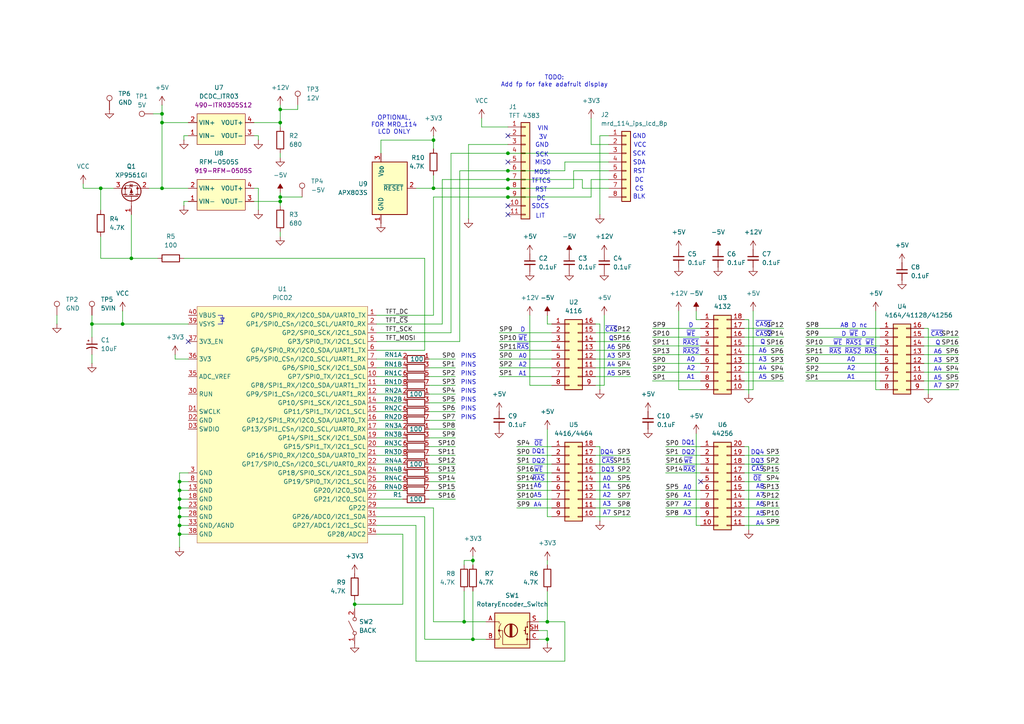
<source format=kicad_sch>
(kicad_sch (version 20231120) (generator "eeschema") (generator_version "8.0")
  (paper "A4")
  (junction (at 81.28 31.75))
  (junction (at 137.16 162.56))
  (junction (at 52.07 142.24))
  (junction (at 125.73 54.61))
  (junction (at 158.75 185.42))
  (junction (at 29.21 54.61))
  (junction (at 46.99 54.61))
  (junction (at 26.67 93.98))
  (junction (at 147.32 57.15))
  (junction (at 52.07 152.4))
  (junction (at 38.1 74.93))
  (junction (at 52.07 139.7))
  (junction (at 46.99 33.02))
  (junction (at 134.62 180.34))
  (junction (at 125.73 40.64))
  (junction (at 147.32 49.53))
  (junction (at 158.75 180.34))
  (junction (at 52.07 147.32))
  (junction (at 52.07 154.94))
  (junction (at 46.99 35.56))
  (junction (at 147.32 52.07))
  (junction (at 52.07 144.78))
  (junction (at 52.07 149.86))
  (junction (at 102.87 175.26))
  (junction (at 81.28 35.56))
  (junction (at 147.32 54.61))
  (junction (at 137.16 185.42))
  (junction (at 81.28 57.15))
  (junction (at 35.56 93.98))
  (junction (at 147.32 44.45))
  (junction (at 81.28 58.42))
  (no_connect (at 147.32 46.99))
  (no_connect (at 147.32 39.37))
  (no_connect (at 147.32 62.23))
  (no_connect (at 54.61 99.06))
  (no_connect (at 147.32 59.69))
  (no_connect (at 203.2 139.7))
  (wire (pts (xy 52.07 147.32) (xy 52.07 149.86)))
  (wire (pts (xy 130.81 96.52) (xy 130.81 44.45)))
  (wire (pts (xy 81.28 57.15) (xy 87.63 57.15)))
  (wire (pts (xy 38.1 62.23) (xy 38.1 74.93)))
  (wire (pts (xy 233.68 100.33) (xy 255.27 100.33)))
  (wire (pts (xy 147.32 52.07) (xy 168.91 52.07)))
  (wire (pts (xy 172.72 106.68) (xy 182.88 106.68)))
  (wire (pts (xy 172.72 99.06) (xy 182.88 99.06)))
  (wire (pts (xy 54.61 35.56) (xy 46.99 35.56)))
  (wire (pts (xy 172.72 137.16) (xy 182.88 137.16)))
  (wire (pts (xy 193.04 142.24) (xy 203.2 142.24)))
  (wire (pts (xy 53.34 74.93) (xy 123.19 74.93)))
  (wire (pts (xy 139.7 34.29) (xy 139.7 36.83)))
  (wire (pts (xy 215.9 134.62) (xy 226.06 134.62)))
  (wire (pts (xy 124.46 137.16) (xy 132.08 137.16)))
  (wire (pts (xy 193.04 129.54) (xy 203.2 129.54)))
  (wire (pts (xy 217.17 92.71) (xy 217.17 114.3)))
  (wire (pts (xy 24.13 53.34) (xy 24.13 54.61)))
  (wire (pts (xy 193.04 144.78) (xy 203.2 144.78)))
  (wire (pts (xy 81.28 55.88) (xy 81.28 57.15)))
  (wire (pts (xy 158.75 124.46) (xy 158.75 149.86)))
  (wire (pts (xy 124.46 114.3) (xy 132.08 114.3)))
  (wire (pts (xy 147.32 54.61) (xy 166.37 54.61)))
  (wire (pts (xy 215.9 147.32) (xy 226.06 147.32)))
  (wire (pts (xy 215.9 139.7) (xy 226.06 139.7)))
  (wire (pts (xy 109.22 129.54) (xy 116.84 129.54)))
  (wire (pts (xy 193.04 147.32) (xy 203.2 147.32)))
  (wire (pts (xy 128.27 52.07) (xy 147.32 52.07)))
  (wire (pts (xy 267.97 95.25) (xy 269.24 95.25)))
  (wire (pts (xy 54.61 58.42) (xy 53.34 58.42)))
  (wire (pts (xy 124.46 124.46) (xy 132.08 124.46)))
  (wire (pts (xy 172.72 93.98) (xy 173.99 93.98)))
  (wire (pts (xy 267.97 97.79) (xy 278.13 97.79)))
  (wire (pts (xy 158.75 182.88) (xy 158.75 185.42)))
  (wire (pts (xy 215.9 102.87) (xy 227.33 102.87)))
  (wire (pts (xy 43.18 54.61) (xy 46.99 54.61)))
  (wire (pts (xy 53.34 58.42) (xy 53.34 59.69)))
  (wire (pts (xy 124.46 142.24) (xy 132.08 142.24)))
  (wire (pts (xy 128.27 93.98) (xy 128.27 52.07)))
  (wire (pts (xy 109.22 127) (xy 116.84 127)))
  (wire (pts (xy 158.75 171.45) (xy 158.75 180.34)))
  (wire (pts (xy 158.75 180.34) (xy 156.21 180.34)))
  (polyline (pts (xy 63.246 93.98) (xy 64.516 93.98)))
  (wire (pts (xy 81.28 67.31) (xy 81.28 68.58)))
  (wire (pts (xy 149.86 147.32) (xy 160.02 147.32)))
  (wire (pts (xy 123.19 149.86) (xy 123.19 185.42)))
  (wire (pts (xy 267.97 107.95) (xy 278.13 107.95)))
  (wire (pts (xy 52.07 144.78) (xy 54.61 144.78)))
  (wire (pts (xy 137.16 162.56) (xy 134.62 162.56)))
  (wire (pts (xy 172.72 101.6) (xy 182.88 101.6)))
  (wire (pts (xy 215.9 92.71) (xy 217.17 92.71)))
  (wire (pts (xy 196.85 90.17) (xy 196.85 113.03)))
  (wire (pts (xy 140.97 185.42) (xy 137.16 185.42)))
  (wire (pts (xy 215.9 100.33) (xy 227.33 100.33)))
  (wire (pts (xy 81.28 30.48) (xy 81.28 31.75)))
  (wire (pts (xy 124.46 134.62) (xy 132.08 134.62)))
  (wire (pts (xy 189.23 105.41) (xy 203.2 105.41)))
  (wire (pts (xy 52.07 142.24) (xy 52.07 144.78)))
  (wire (pts (xy 144.78 96.52) (xy 160.02 96.52)))
  (wire (pts (xy 133.35 49.53) (xy 147.32 49.53)))
  (wire (pts (xy 125.73 147.32) (xy 125.73 180.34)))
  (wire (pts (xy 215.9 144.78) (xy 226.06 144.78)))
  (wire (pts (xy 130.81 44.45) (xy 147.32 44.45)))
  (wire (pts (xy 33.02 54.61) (xy 29.21 54.61)))
  (wire (pts (xy 81.28 44.45) (xy 81.28 45.72)))
  (wire (pts (xy 124.46 132.08) (xy 132.08 132.08)))
  (wire (pts (xy 158.75 185.42) (xy 158.75 186.69)))
  (wire (pts (xy 134.62 163.83) (xy 134.62 162.56)))
  (wire (pts (xy 144.78 109.22) (xy 160.02 109.22)))
  (wire (pts (xy 172.72 129.54) (xy 173.99 129.54)))
  (wire (pts (xy 201.93 125.73) (xy 201.93 152.4)))
  (wire (pts (xy 35.56 90.17) (xy 35.56 93.98)))
  (wire (pts (xy 267.97 100.33) (xy 278.13 100.33)))
  (wire (pts (xy 74.93 60.96) (xy 74.93 54.61)))
  (wire (pts (xy 215.9 132.08) (xy 226.06 132.08)))
  (wire (pts (xy 168.91 54.61) (xy 176.53 54.61)))
  (wire (pts (xy 168.91 52.07) (xy 168.91 54.61)))
  (wire (pts (xy 46.99 33.02) (xy 46.99 35.56)))
  (wire (pts (xy 124.46 121.92) (xy 132.08 121.92)))
  (wire (pts (xy 109.22 139.7) (xy 116.84 139.7)))
  (polyline (pts (xy 64.008 92.202) (xy 65.024 92.202)))
  (wire (pts (xy 52.07 142.24) (xy 54.61 142.24)))
  (wire (pts (xy 109.22 91.44) (xy 125.73 91.44)))
  (wire (pts (xy 109.22 111.76) (xy 116.84 111.76)))
  (wire (pts (xy 137.16 162.56) (xy 137.16 163.83)))
  (wire (pts (xy 144.78 99.06) (xy 160.02 99.06)))
  (wire (pts (xy 144.78 106.68) (xy 160.02 106.68)))
  (wire (pts (xy 52.07 152.4) (xy 54.61 152.4)))
  (wire (pts (xy 29.21 54.61) (xy 29.21 60.96)))
  (wire (pts (xy 163.83 49.53) (xy 163.83 46.99)))
  (wire (pts (xy 124.46 144.78) (xy 132.08 144.78)))
  (wire (pts (xy 215.9 113.03) (xy 218.44 113.03)))
  (wire (pts (xy 160.02 93.98) (xy 158.75 93.98)))
  (wire (pts (xy 73.66 39.37) (xy 74.93 39.37)))
  (polyline (pts (xy 63.246 91.44) (xy 64.516 91.44)))
  (wire (pts (xy 158.75 162.56) (xy 158.75 163.83)))
  (wire (pts (xy 102.87 175.26) (xy 102.87 176.53)))
  (wire (pts (xy 135.89 41.91) (xy 135.89 63.5)))
  (wire (pts (xy 52.07 154.94) (xy 52.07 158.75)))
  (wire (pts (xy 102.87 173.99) (xy 102.87 175.26)))
  (wire (pts (xy 215.9 137.16) (xy 226.06 137.16)))
  (wire (pts (xy 160.02 149.86) (xy 158.75 149.86)))
  (wire (pts (xy 172.72 109.22) (xy 182.88 109.22)))
  (polyline (pts (xy 64.516 91.44) (xy 64.516 93.98)))
  (wire (pts (xy 125.73 50.8) (xy 125.73 54.61)))
  (wire (pts (xy 124.46 116.84) (xy 132.08 116.84)))
  (wire (pts (xy 81.28 31.75) (xy 81.28 35.56)))
  (wire (pts (xy 172.72 132.08) (xy 182.88 132.08)))
  (wire (pts (xy 52.07 144.78) (xy 52.07 147.32)))
  (wire (pts (xy 203.2 113.03) (xy 196.85 113.03)))
  (wire (pts (xy 215.9 97.79) (xy 227.33 97.79)))
  (wire (pts (xy 149.86 139.7) (xy 160.02 139.7)))
  (wire (pts (xy 267.97 110.49) (xy 278.13 110.49)))
  (wire (pts (xy 189.23 102.87) (xy 203.2 102.87)))
  (wire (pts (xy 109.22 142.24) (xy 116.84 142.24)))
  (wire (pts (xy 50.8 102.87) (xy 50.8 104.14)))
  (wire (pts (xy 109.22 144.78) (xy 116.84 144.78)))
  (wire (pts (xy 52.07 147.32) (xy 54.61 147.32)))
  (wire (pts (xy 123.19 101.6) (xy 123.19 74.93)))
  (wire (pts (xy 16.51 91.44) (xy 16.51 93.98)))
  (wire (pts (xy 215.9 105.41) (xy 227.33 105.41)))
  (wire (pts (xy 215.9 95.25) (xy 227.33 95.25)))
  (wire (pts (xy 52.07 149.86) (xy 52.07 152.4)))
  (wire (pts (xy 137.16 171.45) (xy 137.16 185.42)))
  (wire (pts (xy 149.86 129.54) (xy 160.02 129.54)))
  (wire (pts (xy 53.34 39.37) (xy 53.34 40.64)))
  (wire (pts (xy 24.13 54.61) (xy 29.21 54.61)))
  (wire (pts (xy 73.66 58.42) (xy 81.28 58.42)))
  (wire (pts (xy 193.04 132.08) (xy 203.2 132.08)))
  (wire (pts (xy 172.72 134.62) (xy 182.88 134.62)))
  (wire (pts (xy 109.22 121.92) (xy 116.84 121.92)))
  (wire (pts (xy 171.45 34.29) (xy 171.45 41.91)))
  (wire (pts (xy 233.68 102.87) (xy 255.27 102.87)))
  (wire (pts (xy 26.67 102.87) (xy 26.67 105.41)))
  (wire (pts (xy 124.46 111.76) (xy 132.08 111.76)))
  (wire (pts (xy 149.86 142.24) (xy 160.02 142.24)))
  (wire (pts (xy 29.21 68.58) (xy 29.21 74.93)))
  (wire (pts (xy 147.32 44.45) (xy 176.53 44.45)))
  (wire (pts (xy 46.99 54.61) (xy 46.99 35.56)))
  (polyline (pts (xy 64.008 93.218) (xy 65.024 93.218)))
  (wire (pts (xy 172.72 111.76) (xy 175.26 111.76)))
  (wire (pts (xy 26.67 91.44) (xy 26.67 93.98)))
  (wire (pts (xy 109.22 106.68) (xy 116.84 106.68)))
  (wire (pts (xy 29.21 74.93) (xy 38.1 74.93)))
  (wire (pts (xy 54.61 104.14) (xy 50.8 104.14)))
  (wire (pts (xy 233.68 105.41) (xy 255.27 105.41)))
  (wire (pts (xy 124.46 129.54) (xy 132.08 129.54)))
  (wire (pts (xy 144.78 101.6) (xy 160.02 101.6)))
  (wire (pts (xy 52.07 139.7) (xy 52.07 142.24)))
  (wire (pts (xy 110.49 40.64) (xy 110.49 44.45)))
  (wire (pts (xy 163.83 191.77) (xy 163.83 180.34)))
  (wire (pts (xy 109.22 152.4) (xy 120.65 152.4)))
  (wire (pts (xy 38.1 74.93) (xy 45.72 74.93)))
  (wire (pts (xy 124.46 139.7) (xy 132.08 139.7)))
  (wire (pts (xy 217.17 129.54) (xy 217.17 153.67)))
  (wire (pts (xy 254 90.17) (xy 254 113.03)))
  (wire (pts (xy 233.68 95.25) (xy 255.27 95.25)))
  (wire (pts (xy 215.9 149.86) (xy 226.06 149.86)))
  (wire (pts (xy 109.22 154.94) (xy 116.84 154.94)))
  (wire (pts (xy 109.22 132.08) (xy 116.84 132.08)))
  (wire (pts (xy 109.22 93.98) (xy 128.27 93.98)))
  (wire (pts (xy 215.9 142.24) (xy 226.06 142.24)))
  (wire (pts (xy 144.78 104.14) (xy 160.02 104.14)))
  (wire (pts (xy 189.23 107.95) (xy 203.2 107.95)))
  (wire (pts (xy 269.24 95.25) (xy 269.24 114.3)))
  (wire (pts (xy 215.9 152.4) (xy 226.06 152.4)))
  (wire (pts (xy 203.2 92.71) (xy 201.93 92.71)))
  (wire (pts (xy 193.04 137.16) (xy 203.2 137.16)))
  (wire (pts (xy 124.46 106.68) (xy 132.08 106.68)))
  (wire (pts (xy 123.19 185.42) (xy 137.16 185.42)))
  (wire (pts (xy 124.46 104.14) (xy 132.08 104.14)))
  (wire (pts (xy 109.22 137.16) (xy 116.84 137.16)))
  (wire (pts (xy 52.07 154.94) (xy 54.61 154.94)))
  (wire (pts (xy 176.53 41.91) (xy 171.45 41.91)))
  (wire (pts (xy 233.68 107.95) (xy 255.27 107.95)))
  (wire (pts (xy 125.73 54.61) (xy 147.32 54.61)))
  (wire (pts (xy 54.61 39.37) (xy 53.34 39.37)))
  (wire (pts (xy 109.22 99.06) (xy 133.35 99.06)))
  (wire (pts (xy 267.97 105.41) (xy 278.13 105.41)))
  (wire (pts (xy 73.66 35.56) (xy 81.28 35.56)))
  (wire (pts (xy 172.72 139.7) (xy 182.88 139.7)))
  (wire (pts (xy 147.32 49.53) (xy 163.83 49.53)))
  (wire (pts (xy 116.84 175.26) (xy 116.84 154.94)))
  (wire (pts (xy 139.7 36.83) (xy 147.32 36.83)))
  (wire (pts (xy 189.23 97.79) (xy 203.2 97.79)))
  (wire (pts (xy 109.22 149.86) (xy 123.19 149.86)))
  (wire (pts (xy 86.36 30.48) (xy 86.36 31.75)))
  (wire (pts (xy 125.73 40.64) (xy 125.73 43.18)))
  (wire (pts (xy 163.83 46.99) (xy 176.53 46.99)))
  (wire (pts (xy 102.87 175.26) (xy 116.84 175.26)))
  (wire (pts (xy 109.22 124.46) (xy 116.84 124.46)))
  (wire (pts (xy 52.07 149.86) (xy 54.61 149.86)))
  (wire (pts (xy 46.99 30.48) (xy 46.99 33.02)))
  (wire (pts (xy 149.86 137.16) (xy 160.02 137.16)))
  (wire (pts (xy 160.02 111.76) (xy 153.67 111.76)))
  (wire (pts (xy 255.27 113.03) (xy 254 113.03)))
  (wire (pts (xy 149.86 134.62) (xy 160.02 134.62)))
  (wire (pts (xy 173.99 129.54) (xy 173.99 151.13)))
  (wire (pts (xy 189.23 100.33) (xy 203.2 100.33)))
  (wire (pts (xy 124.46 119.38) (xy 132.08 119.38)))
  (wire (pts (xy 81.28 58.42) (xy 81.28 59.69)))
  (wire (pts (xy 125.73 40.64) (xy 110.49 40.64)))
  (polyline (pts (xy 65.024 92.202) (xy 64.77 92.202)))
  (wire (pts (xy 81.28 57.15) (xy 81.28 58.42)))
  (wire (pts (xy 81.28 35.56) (xy 81.28 36.83)))
  (wire (pts (xy 26.67 93.98) (xy 26.67 97.79)))
  (wire (pts (xy 193.04 134.62) (xy 203.2 134.62)))
  (wire (pts (xy 140.97 180.34) (xy 134.62 180.34)))
  (wire (pts (xy 173.99 39.37) (xy 173.99 62.23)))
  (wire (pts (xy 215.9 129.54) (xy 217.17 129.54)))
  (wire (pts (xy 189.23 110.49) (xy 203.2 110.49)))
  (wire (pts (xy 267.97 102.87) (xy 278.13 102.87)))
  (wire (pts (xy 120.65 54.61) (xy 125.73 54.61)))
  (wire (pts (xy 125.73 57.15) (xy 147.32 57.15)))
  (wire (pts (xy 54.61 54.61) (xy 46.99 54.61)))
  (wire (pts (xy 172.72 149.86) (xy 182.88 149.86)))
  (wire (pts (xy 153.67 91.44) (xy 153.67 111.76)))
  (wire (pts (xy 120.65 191.77) (xy 163.83 191.77)))
  (wire (pts (xy 109.22 116.84) (xy 116.84 116.84)))
  (wire (pts (xy 86.36 31.75) (xy 81.28 31.75)))
  (wire (pts (xy 156.21 185.42) (xy 158.75 185.42)))
  (wire (pts (xy 203.2 152.4) (xy 201.93 152.4)))
  (wire (pts (xy 125.73 91.44) (xy 125.73 57.15)))
  (wire (pts (xy 267.97 113.03) (xy 278.13 113.03)))
  (polyline (pts (xy 65.024 92.202) (xy 64.516 93.218)))
  (wire (pts (xy 124.46 109.22) (xy 132.08 109.22)))
  (wire (pts (xy 163.83 180.34) (xy 158.75 180.34)))
  (wire (pts (xy 166.37 49.53) (xy 176.53 49.53)))
  (wire (pts (xy 171.45 52.07) (xy 176.53 52.07)))
  (wire (pts (xy 109.22 114.3) (xy 116.84 114.3)))
  (wire (pts (xy 172.72 147.32) (xy 182.88 147.32)))
  (wire (pts (xy 109.22 109.22) (xy 116.84 109.22)))
  (wire (pts (xy 158.75 91.44) (xy 158.75 93.98)))
  (wire (pts (xy 44.45 33.02) (xy 46.99 33.02)))
  (wire (pts (xy 109.22 134.62) (xy 116.84 134.62)))
  (polyline (pts (xy 64.008 92.202) (xy 64.516 93.218)))
  (wire (pts (xy 233.68 110.49) (xy 255.27 110.49)))
  (wire (pts (xy 52.07 152.4) (xy 52.07 154.94)))
  (wire (pts (xy 109.22 119.38) (xy 116.84 119.38)))
  (wire (pts (xy 172.72 96.52) (xy 182.88 96.52)))
  (wire (pts (xy 109.22 104.14) (xy 116.84 104.14)))
  (wire (pts (xy 215.9 107.95) (xy 227.33 107.95)))
  (wire (pts (xy 147.32 57.15) (xy 171.45 57.15)))
  (wire (pts (xy 109.22 147.32) (xy 125.73 147.32)))
  (wire (pts (xy 26.67 93.98) (xy 35.56 93.98)))
  (wire (pts (xy 52.07 137.16) (xy 52.07 139.7)))
  (wire (pts (xy 124.46 127) (xy 132.08 127)))
  (wire (pts (xy 109.22 101.6) (xy 123.19 101.6)))
  (wire (pts (xy 156.21 182.88) (xy 158.75 182.88)))
  (wire (pts (xy 175.26 91.44) (xy 175.26 111.76)))
  (wire (pts (xy 120.65 152.4) (xy 120.65 191.77)))
  (wire (pts (xy 35.56 93.98) (xy 54.61 93.98)))
  (wire (pts (xy 137.16 161.29) (xy 137.16 162.56)))
  (wire (pts (xy 176.53 39.37) (xy 173.99 39.37)))
  (wire (pts (xy 74.93 39.37) (xy 74.93 40.64)))
  (wire (pts (xy 171.45 57.15) (xy 171.45 52.07)))
  (wire (pts (xy 172.72 144.78) (xy 182.88 144.78)))
  (wire (pts (xy 189.23 95.25) (xy 203.2 95.25)))
  (wire (pts (xy 135.89 41.91) (xy 147.32 41.91)))
  (wire (pts (xy 125.73 39.37) (xy 125.73 40.64)))
  (wire (pts (xy 149.86 144.78) (xy 160.02 144.78)))
  (wire (pts (xy 193.04 149.86) (xy 203.2 149.86)))
  (wire (pts (xy 133.35 99.06) (xy 133.35 49.53)))
  (wire (pts (xy 109.22 96.52) (xy 130.81 96.52)))
  (wire (pts (xy 218.44 90.17) (xy 218.44 113.03)))
  (wire (pts (xy 149.86 132.08) (xy 160.02 132.08)))
  (wire (pts (xy 52.07 139.7) (xy 54.61 139.7)))
  (wire (pts (xy 201.93 90.17) (xy 201.93 92.71)))
  (wire (pts (xy 172.72 104.14) (xy 182.88 104.14)))
  (wire (pts (xy 134.62 171.45) (xy 134.62 180.34)))
  (wire (pts (xy 233.68 97.79) (xy 255.27 97.79)))
  (wire (pts (xy 172.72 142.24) (xy 182.88 142.24)))
  (wire (pts (xy 74.93 54.61) (xy 73.66 54.61)))
  (wire (pts (xy 166.37 49.53) (xy 166.37 54.61)))
  (wire (pts (xy 173.99 93.98) (xy 173.99 113.03)))
  (wire (pts (xy 215.9 110.49) (xy 227.33 110.49)))
  (wire (pts (xy 52.07 137.16) (xy 54.61 137.16)))
  (wire (pts (xy 125.73 180.34) (xy 134.62 180.34)))
  (text "PINS" (at 135.89 118.618 0) (effects (font (size 1.27 1.27))))
  (text "DC" (at 185.42 52.324 0) (effects (font (size 1.27 1.27))))
  (text "A0" (at 200.406 104.394 0) (effects (font (size 1.27 1.27))))
  (text "~{OE}" (at 219.71 138.938 0) (effects (font (size 1.27 1.27))))
  (text "~{CAS}" (at 177.292 95.758 0) (effects (font (size 1.27 1.27))))
  (text "A0" (at 246.888 104.394 0) (effects (font (size 1.27 1.27))))
  (text "~{RAS}" (at 151.638 100.838 0) (effects (font (size 1.27 1.27))))
  (text "A1" (at 199.39 143.764 0) (effects (font (size 1.27 1.27))))
  (text "PINS" (at 135.89 116.078 0) (effects (font (size 1.27 1.27))))
  (text "Q" (at 272.034 99.568 0) (effects (font (size 1.27 1.27))))
  (text "PINS" (at 135.89 105.918 0) (effects (font (size 1.27 1.27))))
  (text "GND" (at 157.226 42.164 0) (effects (font (size 1.27 1.27))))
  (text "A6" (at 272.034 102.108 0) (effects (font (size 1.27 1.27))))
  (text "BLK" (at 185.42 57.15 0) (effects (font (size 1.27 1.27))))
  (text "A7" (at 272.034 112.014 0) (effects (font (size 1.27 1.27))))
  (text "A5" (at 220.472 149.098 0) (effects (font (size 1.27 1.27))))
  (text "Q" (at 221.234 99.314 0) (effects (font (size 1.27 1.27))))
  (text "LIT" (at 156.718 62.738 0) (effects (font (size 1.27 1.27))))
  (text "~{WE}" (at 151.638 98.298 0) (effects (font (size 1.27 1.27))))
  (text "A4" (at 221.234 106.934 0) (effects (font (size 1.27 1.27))))
  (text "~{CAS2}" (at 221.488 97.028 0) (effects (font (size 1.27 1.27))))
  (text "~{RAS}" (at 156.21 138.938 0) (effects (font (size 1.27 1.27))))
  (text "~{CAS1}" (at 221.488 94.234 0) (effects (font (size 1.27 1.27))))
  (text "A0" (at 151.638 103.378 0) (effects (font (size 1.27 1.27))))
  (text "A7" (at 176.022 148.844 0) (effects (font (size 1.27 1.27))))
  (text "MOSI" (at 157.226 50.038 0) (effects (font (size 1.27 1.27))))
  (text "A3" (at 272.034 104.648 0) (effects (font (size 1.27 1.27))))
  (text "A1" (at 151.638 108.458 0) (effects (font (size 1.27 1.27))))
  (text "A2" (at 200.406 106.934 0) (effects (font (size 1.27 1.27))))
  (text "DQ2" (at 156.21 133.858 0) (effects (font (size 1.27 1.27))))
  (text "SDCS" (at 156.718 59.944 0) (effects (font (size 1.27 1.27))))
  (text "A5" (at 221.234 109.474 0) (effects (font (size 1.27 1.27))))
  (text "A5" (at 177.292 108.458 0) (effects (font (size 1.27 1.27))))
  (text "DQ3" (at 176.276 136.398 0) (effects (font (size 1.27 1.27))))
  (text "A1" (at 246.888 109.474 0) (effects (font (size 1.27 1.27))))
  (text "DC" (at 156.972 57.658 0) (effects (font (size 1.27 1.27))))
  (text "A7" (at 220.472 143.764 0) (effects (font (size 1.27 1.27))))
  (text "DQ2" (at 199.644 131.318 0) (effects (font (size 1.27 1.27))))
  (text "~{RAS} ~{RAS2} ~{RAS}" (at 247.396 102.108 0) (effects (font (size 1.27 1.27))))
  (text "~{WE}" (at 156.21 136.398 0) (effects (font (size 1.27 1.27))))
  (text "OPTIONAL,\nFOR MRD_114\nLCD ONLY" (at 114.3 36.322 0) (effects (font (size 1.27 1.27))))
  (text "A8 D nc" (at 247.65 94.488 0) (effects (font (size 1.27 1.27))))
  (text "A4" (at 272.034 107.188 0) (effects (font (size 1.27 1.27))))
  (text "A1" (at 176.022 141.224 0) (effects (font (size 1.27 1.27))))
  (text "DQ1" (at 199.644 128.524 0) (effects (font (size 1.27 1.27))))
  (text "TFTCS" (at 156.972 52.578 0) (effects (font (size 1.27 1.27))))
  (text "A5" (at 155.956 143.764 0) (effects (font (size 1.27 1.27))))
  (text "A3" (at 177.292 103.378 0) (effects (font (size 1.27 1.27))))
  (text "DQ4" (at 176.022 131.318 0) (effects (font (size 1.27 1.27))))
  (text "SCK" (at 185.42 44.704 0) (effects (font (size 1.27 1.27))))
  (text "DQ4" (at 219.71 131.318 0) (effects (font (size 1.27 1.27))))
  (text "~{CAS}" (at 271.78 97.028 0) (effects (font (size 1.27 1.27))))
  (text "SCK" (at 157.226 44.958 0) (effects (font (size 1.27 1.27))))
  (text "~{RAS1}" (at 200.406 99.568 0) (effects (font (size 1.27 1.27))))
  (text "Q" (at 177.292 98.298 0) (effects (font (size 1.27 1.27))))
  (text "~{RAS2}" (at 200.406 102.108 0) (effects (font (size 1.27 1.27))))
  (text "VIN" (at 157.48 37.338 0) (effects (font (size 1.27 1.27))))
  (text "A2" (at 246.888 106.934 0) (effects (font (size 1.27 1.27))))
  (text "DQ1" (at 156.21 131.064 0) (effects (font (size 1.27 1.27))))
  (text "A4" (at 220.472 151.892 0) (effects (font (size 1.27 1.27))))
  (text "TODO:\nAdd fp for fake adafruit display" (at 160.782 23.622 0) (effects (font (size 1.27 1.27))))
  (text "SDA" (at 185.42 47.244 0) (effects (font (size 1.27 1.27))))
  (text "DQ3" (at 219.71 133.858 0) (effects (font (size 1.27 1.27))))
  (text "VCC" (at 185.674 42.164 0) (effects (font (size 1.27 1.27))))
  (text "PINS" (at 135.89 103.378 0) (effects (font (size 1.27 1.27))))
  (text "PINS" (at 135.89 110.998 0) (effects (font (size 1.27 1.27))))
  (text "PINS" (at 135.89 108.458 0) (effects (font (size 1.27 1.27))))
  (text "A2" (at 176.022 143.764 0) (effects (font (size 1.27 1.27))))
  (text "A3" (at 176.022 146.304 0) (effects (font (size 1.27 1.27))))
  (text "A2" (at 151.638 105.918 0) (effects (font (size 1.27 1.27))))
  (text "PINS" (at 135.89 113.538 0) (effects (font (size 1.27 1.27))))
  (text "A0" (at 176.022 138.938 0) (effects (font (size 1.27 1.27))))
  (text "A3" (at 199.39 148.844 0) (effects (font (size 1.27 1.27))))
  (text "D" (at 200.406 94.488 0) (effects (font (size 1.27 1.27))))
  (text "D" (at 151.638 95.758 0) (effects (font (size 1.27 1.27))))
  (text "A8" (at 220.472 141.224 0) (effects (font (size 1.27 1.27))))
  (text "A6" (at 177.292 100.838 0) (effects (font (size 1.27 1.27))))
  (text "~{CAS}" (at 219.71 136.144 0) (effects (font (size 1.27 1.27))))
  (text "GND" (at 185.42 39.624 0) (effects (font (size 1.27 1.27))))
  (text "~{RAS}" (at 199.898 136.398 0) (effects (font (size 1.27 1.27))))
  (text "A6" (at 221.234 101.854 0) (effects (font (size 1.27 1.27))))
  (text "A6" (at 155.956 140.97 0) (effects (font (size 1.27 1.27))))
  (text "A6" (at 220.472 146.304 0) (effects (font (size 1.27 1.27))))
  (text "~{WE}" (at 199.644 133.858 0) (effects (font (size 1.27 1.27))))
  (text "D ~{WE} D" (at 247.65 97.028 0) (effects (font (size 1.27 1.27))))
  (text "PINS" (at 135.89 121.158 0) (effects (font (size 1.27 1.27))))
  (text "A5" (at 272.034 109.728 0) (effects (font (size 1.27 1.27))))
  (text "~{WE} ~{RAS1} ~{WE}" (at 247.65 99.568 0) (effects (font (size 1.27 1.27))))
  (text "RST" (at 156.972 55.118 0) (effects (font (size 1.27 1.27))))
  (text "MISO" (at 157.48 47.244 0) (effects (font (size 1.27 1.27))))
  (text "A4" (at 155.956 146.558 0) (effects (font (size 1.27 1.27))))
  (text "A1" (at 200.406 109.474 0) (effects (font (size 1.27 1.27))))
  (text "A4" (at 177.292 105.918 0) (effects (font (size 1.27 1.27))))
  (text "CS" (at 185.42 54.864 0) (effects (font (size 1.27 1.27))))
  (text "3V" (at 157.48 39.878 0) (effects (font (size 1.27 1.27))))
  (text "A2" (at 199.39 146.304 0) (effects (font (size 1.27 1.27))))
  (text "~{CAS}" (at 176.276 133.858 0) (effects (font (size 1.27 1.27))))
  (text "~{OE}" (at 156.21 128.778 0) (effects (font (size 1.27 1.27))))
  (text "A3" (at 221.234 104.394 0) (effects (font (size 1.27 1.27))))
  (text "RST" (at 185.42 49.784 0) (effects (font (size 1.27 1.27))))
  (text "~{WE}" (at 200.406 97.028 0) (effects (font (size 1.27 1.27))))
  (text "A0" (at 199.39 141.478 0) (effects (font (size 1.27 1.27))))
  (label "SP2" (at 233.68 107.95 0))
  (label "SP0" (at 193.04 129.54 0))
  (label "SP6" (at 132.08 119.38 180))
  (label "SP3" (at 182.88 132.08 180))
  (label "SP12" (at 226.06 144.78 180))
  (label "SP14" (at 132.08 139.7 180))
  (label "SP5" (at 227.33 110.49 180))
  (label "SP10" (at 132.08 129.54 180))
  (label "SP1" (at 193.04 132.08 0))
  (label "SP11" (at 149.86 142.24 0))
  (label "SP7" (at 193.04 147.32 0))
  (label "SP15" (at 226.06 137.16 180))
  (label "SP15" (at 182.88 134.62 180))
  (label "SP2" (at 182.88 137.16 180))
  (label "SP12" (at 227.33 95.25 180))
  (label "SP9" (at 149.86 147.32 0))
  (label "SP11" (at 226.06 147.32 180))
  (label "SP8" (at 182.88 147.32 180))
  (label "SP10" (at 189.23 97.79 0))
  (label "SP16" (at 193.04 134.62 0))
  (label "SP3" (at 227.33 105.41 180))
  (label "SP4" (at 149.86 129.54 0))
  (label "SP16" (at 149.86 137.16 0))
  (label "SP10" (at 233.68 100.33 0))
  (label "SP6" (at 227.33 102.87 180))
  (label "SP1" (at 189.23 110.49 0))
  (label "SP8" (at 233.68 95.25 0))
  (label "SP9" (at 189.23 95.25 0))
  (label "SP16" (at 182.88 99.06 180))
  (label "SP5" (at 182.88 109.22 180))
  (label "SP4" (at 182.88 106.68 180))
  (label "SP3" (at 278.13 105.41 180))
  (label "SP0" (at 132.08 104.14 180))
  (label "SP0" (at 149.86 132.08 0))
  (label "SP0" (at 233.68 105.41 0))
  (label "SP16" (at 227.33 100.33 180))
  (label "SP2" (at 132.08 109.22 180))
  (label "SP2" (at 226.06 134.62 180))
  (label "SP6" (at 182.88 101.6 180))
  (label "SP13" (at 226.06 142.24 180))
  (label "SP9" (at 233.68 97.79 0))
  (label "SP10" (at 144.78 99.06 0))
  (label "SP4" (at 226.06 139.7 180))
  (label "SP5" (at 278.13 110.49 180))
  (label "SP12" (at 182.88 96.52 180))
  (label "SP0" (at 189.23 105.41 0))
  (label "SP9" (at 226.06 152.4 180))
  (label "SP0" (at 144.78 104.14 0))
  (label "SP15" (at 132.08 142.24 180))
  (label "SP1" (at 149.86 134.62 0))
  (label "SP11" (at 189.23 100.33 0))
  (label "SP4" (at 132.08 114.3 180))
  (label "SP5" (at 182.88 139.7 180))
  (label "SP14" (at 193.04 137.16 0))
  (label "SP8" (at 193.04 149.86 0))
  (label "SP13" (at 189.23 102.87 0))
  (label "SP11" (at 132.08 132.08 180))
  (label "SP4" (at 278.13 107.95 180))
  (label "TFT_~{CS}" (at 111.76 93.98 0))
  (label "SP7" (at 132.08 121.92 180))
  (label "SP1" (at 233.68 110.49 0))
  (label "SP7" (at 278.13 113.03 180))
  (label "TFT_DC" (at 111.76 91.44 0))
  (label "SP6" (at 193.04 144.78 0))
  (label "SP9" (at 144.78 96.52 0))
  (label "SP16" (at 278.13 100.33 180))
  (label "SP11" (at 233.68 102.87 0))
  (label "SP3" (at 132.08 111.76 180))
  (label "SP14" (at 149.86 139.7 0))
  (label "SP5" (at 193.04 142.24 0))
  (label "SP5" (at 132.08 116.84 180))
  (label "SP4" (at 227.33 107.95 180))
  (label "SP6" (at 278.13 102.87 180))
  (label "SP12" (at 182.88 149.86 180))
  (label "TFT_SCK" (at 111.76 96.52 0))
  (label "SP2" (at 189.23 107.95 0))
  (label "SP12" (at 278.13 97.79 180))
  (label "SP1" (at 132.08 106.68 180))
  (label "SP7" (at 182.88 144.78 180))
  (label "TFT_MOSI" (at 111.76 99.06 0))
  (label "SP2" (at 144.78 106.68 0))
  (label "SP8" (at 132.08 124.46 180))
  (label "SP3" (at 226.06 132.08 180))
  (label "SP3" (at 182.88 104.14 180))
  (label "SP6" (at 182.88 142.24 180))
  (label "SP12" (at 132.08 134.62 180))
  (label "SP14" (at 227.33 97.79 180))
  (label "SP9" (at 132.08 127 180))
  (label "SP1" (at 144.78 109.22 0))
  (label "SP10" (at 149.86 144.78 0))
  (label "SP10" (at 226.06 149.86 180))
  (label "SP11" (at 144.78 101.6 0))
  (label "SP13" (at 132.08 137.16 180))
  (label "SP16" (at 132.08 144.78 180))
  (symbol (lib_id "Device:R_Pack04_SIP_Split") (at 120.65 127 90) (unit 2)
    (property "Reference" "RN3" (at 114.046 125.984 90))
    (property "Value" "100" (effects (hide yes)))
    (property "Footprint" "Resistor_THT:R_Array_SIP8" (effects (hide yes)))
    (property "Datasheet" "http://www.vishay.com/docs/31509/csc.pdf" (effects (hide yes)))
    (property "Description" "4 resistor network, parallel topology, SIP package, split" (effects (hide yes)))
  )
  (symbol (lib_id "Connector:TestPoint") (at 31.75 31.75 0) (unit 1)
    (property "Reference" "TP6" (at 34.29 27.1779 0) (effects (justify left)))
    (property "Value" "GND" (at 34.29 29.7179 0) (effects (justify left)))
    (property "Footprint" "TestPoint:TestPoint_Keystone_5005-5009_Compact" (effects (hide yes)))
    (property "Description" "test point" (effects (hide yes)))
  )
  (symbol (lib_id "power:GND") (at 217.17 153.67 0) (unit 1)
    (property "Reference" "#PWR09" (effects (hide yes)))
    (property "Value" "GND" (effects (hide yes)))
    (property "Description" "Power symbol creates a global label with name \"GND\" , ground" (effects (hide yes)))
  )
  (symbol (lib_id "power:GND") (at 173.99 151.13 0) (unit 1)
    (property "Reference" "#PWR08" (effects (hide yes)))
    (property "Value" "GND" (effects (hide yes)))
    (property "Description" "Power symbol creates a global label with name \"GND\" , ground" (effects (hide yes)))
  )
  (symbol (lib_id "power:GND") (at 173.99 113.03 0) (unit 1)
    (property "Reference" "#PWR05" (effects (hide yes)))
    (property "Value" "GND" (effects (hide yes)))
    (property "Description" "Power symbol creates a global label with name \"GND\" , ground" (effects (hide yes)))
  )
  (symbol (lib_id "power:GND") (at 187.96 124.46 0) (unit 1)
    (property "Reference" "#PWR046" (effects (hide yes)))
    (property "Value" "GND" (effects (hide yes)))
    (property "Description" "Power symbol creates a global label with name \"GND\" , ground" (effects (hide yes)))
  )
  (symbol (lib_id "Device:R_Pack04_SIP_Split") (at 120.65 129.54 90) (unit 3)
    (property "Reference" "RN3" (at 114.046 128.524 90))
    (property "Value" "100" (effects (hide yes)))
    (property "Footprint" "Resistor_THT:R_Array_SIP8" (effects (hide yes)))
    (property "Datasheet" "http://www.vishay.com/docs/31509/csc.pdf" (effects (hide yes)))
    (property "Description" "4 resistor network, parallel topology, SIP package, split" (effects (hide yes)))
  )
  (symbol (lib_id "power:+3V3") (at 171.45 34.29 0) (mirror y) (unit 1)
    (property "Reference" "#PWR057" (effects (hide yes)))
    (property "Value" "+3V3" (at 171.45 29.21 0))
    (property "Description" "Power symbol creates a global label with name \"+3V3\"" (effects (hide yes)))
  )
  (symbol (lib_id "power:VCC") (at 24.13 53.34 0) (unit 1)
    (property "Reference" "#PWR053" (effects (hide yes)))
    (property "Value" "VCC" (at 24.13 48.26 0))
    (property "Description" "Power symbol creates a global label with name \"VCC\"" (effects (hide yes)))
  )
  (symbol (lib_id "Device:R") (at 120.65 144.78 90) (unit 1)
    (property "Reference" "R1" (at 115.316 143.51 90))
    (property "Value" "100" (at 120.65 144.78 90))
    (property "Footprint" "Passive:RESA500" (effects (hide yes)))
    (property "Description" "Resistor" (effects (hide yes)))
  )
  (symbol (lib_id "power:+5V") (at 218.44 90.17 0) (unit 1)
    (property "Reference" "#PWR015" (effects (hide yes)))
    (property "Value" "+5V" (at 218.44 85.09 0))
    (property "Description" "Power symbol creates a global label with name \"+5V\"" (effects (hide yes)))
  )
  (symbol (lib_id "power:+3V3") (at 50.8 102.87 0) (unit 1)
    (property "Reference" "#PWR04" (effects (hide yes)))
    (property "Value" "+3V3" (at 50.8 97.79 0))
    (property "Description" "Power symbol creates a global label with name \"+3V3\"" (effects (hide yes)))
  )
  (symbol (lib_id "Device:R") (at 134.62 167.64 0) (mirror y) (unit 1)
    (property "Reference" "R8" (at 132.08 166.3699 0) (effects (justify left)))
    (property "Value" "4.7K" (at 132.08 168.9099 0) (effects (justify left)))
    (property "Footprint" "Passive:RESA500" (effects (hide yes)))
    (property "Description" "Resistor" (effects (hide yes)))
  )
  (symbol (lib_id "power:VCC") (at 35.56 90.17 0) (unit 1)
    (property "Reference" "#PWR052" (effects (hide yes)))
    (property "Value" "VCC" (at 35.56 85.09 0))
    (property "Description" "Power symbol creates a global label with name \"VCC\"" (effects (hide yes)))
  )
  (symbol (lib_id "Device:R_Pack04_SIP_Split") (at 120.65 104.14 90) (unit 1)
    (property "Reference" "RN1" (at 114.046 102.87 90))
    (property "Value" "100" (at 120.904 104.14 90))
    (property "Footprint" "Resistor_THT:R_Array_SIP8" (effects (hide yes)))
    (property "Datasheet" "http://www.vishay.com/docs/31509/csc.pdf" (effects (hide yes)))
    (property "Description" "4 resistor network, parallel topology, SIP package, split" (effects (hide yes)))
  )
  (symbol (lib_id "power:+5V") (at 187.96 119.38 0) (unit 1)
    (property "Reference" "#PWR045" (effects (hide yes)))
    (property "Value" "+5V" (at 187.96 114.3 0))
    (property "Description" "Power symbol creates a global label with name \"+5V\"" (effects (hide yes)))
  )
  (symbol (lib_id "power:-5V") (at 81.28 55.88 0) (unit 1)
    (property "Reference" "#PWR024" (effects (hide yes)))
    (property "Value" "-5V" (at 81.28 50.8 0))
    (property "Description" "Power symbol creates a global label with name \"-5V\"" (effects (hide yes)))
  )
  (symbol (lib_id "Device:R_Pack04_SIP_Split") (at 120.65 109.22 90) (unit 3)
    (property "Reference" "RN1" (at 114.046 108.204 90))
    (property "Value" "100" (effects (hide yes)))
    (property "Footprint" "Resistor_THT:R_Array_SIP8" (effects (hide yes)))
    (property "Datasheet" "http://www.vishay.com/docs/31509/csc.pdf" (effects (hide yes)))
    (property "Description" "4 resistor network, parallel topology, SIP package, split" (effects (hide yes)))
  )
  (symbol (lib_id "power:GND") (at 175.26 78.74 0) (unit 1)
    (property "Reference" "#PWR034" (effects (hide yes)))
    (property "Value" "GND" (effects (hide yes)))
    (property "Description" "Power symbol creates a global label with name \"GND\" , ground" (effects (hide yes)))
  )
  (symbol (lib_id "power:GND") (at 269.24 114.3 0) (unit 1)
    (property "Reference" "#PWR07" (effects (hide yes)))
    (property "Value" "GND" (effects (hide yes)))
    (property "Description" "Power symbol creates a global label with name \"GND\" , ground" (effects (hide yes)))
  )
  (symbol (lib_id "power:+3V3") (at 137.16 161.29 0) (mirror y) (unit 1)
    (property "Reference" "#PWR049" (effects (hide yes)))
    (property "Value" "+3V3" (at 137.16 156.21 0))
    (property "Description" "Power symbol creates a global label with name \"+3V3\"" (effects (hide yes)))
  )
  (symbol (lib_id "Device:C_Small") (at 187.96 121.92 0) (unit 1)
    (property "Reference" "C10" (at 190.5 120.6562 0) (effects (justify left)))
    (property "Value" "0.1uF" (at 190.5 123.1962 0) (effects (justify left)))
    (property "Footprint" "Passive:CAPAC200" (effects (hide yes)))
    (property "Description" "Unpolarized capacitor, small symbol" (effects (hide yes)))
  )
  (symbol (lib_id "misc_ic:DCDC_ITR03") (at 57.15 52.07 0) (unit 1)
    (property "Reference" "U8" (at 63.5 44.45 0))
    (property "Value" "RFM-0505S" (at 63.5 46.99 0))
    (property "Footprint" "Active:DCDC_ITR03" (effects (hide yes)))
    (property "Mouser" "919-RFM-0505S" (at 64.77 49.53 0))
  )
  (symbol (lib_id "power:GND") (at 16.51 93.98 0) (unit 1)
    (property "Reference" "#PWR03" (effects (hide yes)))
    (property "Value" "GND" (effects (hide yes)))
    (property "Description" "Power symbol creates a global label with name \"GND\" , ground" (effects (hide yes)))
  )
  (symbol (lib_id "power:+12V") (at 218.44 72.39 0) (unit 1)
    (property "Reference" "#PWR039" (effects (hide yes)))
    (property "Value" "+12V" (at 218.44 67.31 0))
    (property "Description" "Power symbol creates a global label with name \"+12V\"" (effects (hide yes)))
  )
  (symbol (lib_id "power:+5V") (at 46.99 30.48 0) (unit 1)
    (property "Reference" "#PWR022" (effects (hide yes)))
    (property "Value" "+5V" (at 46.99 25.4 0))
    (property "Description" "Power symbol creates a global label with name \"+5V\"" (effects (hide yes)))
  )
  (symbol (lib_id "power:+3V3") (at 158.75 162.56 0) (mirror y) (unit 1)
    (property "Reference" "#PWR047" (effects (hide yes)))
    (property "Value" "+3V3" (at 158.75 157.48 0))
    (property "Description" "Power symbol creates a global label with name \"+3V3\"" (effects (hide yes)))
  )
  (symbol (lib_id "Device:R") (at 158.75 167.64 0) (mirror y) (unit 1)
    (property "Reference" "R6" (at 156.21 166.3699 0) (effects (justify left)))
    (property "Value" "4.7K" (at 156.21 168.9099 0) (effects (justify left)))
    (property "Footprint" "Passive:RESA500" (effects (hide yes)))
    (property "Description" "Resistor" (effects (hide yes)))
  )
  (symbol (lib_id "switches_new:RotaryEncoder_Sw_Panasonic_EVE") (at 148.59 182.88 0) (unit 1)
    (property "Reference" "SW1" (at 148.59 172.72 0))
    (property "Value" "RotaryEncoder_Switch" (at 148.59 175.26 0))
    (property "Footprint" "Switch:PANASONIC_EVEY" (effects (hide yes)))
    (property "Mouser" "667-EVE-YBCAJO16B" (effects (hide yes)))
  )
  (symbol (lib_id "Device:R_Pack04_SIP_Split") (at 120.65 142.24 90) (unit 4)
    (property "Reference" "RN4" (at 114.046 141.224 90))
    (property "Value" "100" (effects (hide yes)))
    (property "Footprint" "Resistor_THT:R_Array_SIP8" (effects (hide yes)))
    (property "Datasheet" "http://www.vishay.com/docs/31509/csc.pdf" (effects (hide yes)))
    (property "Description" "4 resistor network, parallel topology, SIP package, split" (effects (hide yes)))
  )
  (symbol (lib_id "Device:R_Pack04_SIP_Split") (at 120.65 106.68 90) (unit 2)
    (property "Reference" "RN1" (at 114.046 105.664 90))
    (property "Value" "100" (effects (hide yes)))
    (property "Footprint" "Resistor_THT:R_Array_SIP8" (effects (hide yes)))
    (property "Datasheet" "http://www.vishay.com/docs/31509/csc.pdf" (effects (hide yes)))
    (property "Description" "4 resistor network, parallel topology, SIP package, split" (effects (hide yes)))
  )
  (symbol (lib_id "power:GND") (at 52.07 158.75 0) (unit 1)
    (property "Reference" "#PWR01" (effects (hide yes)))
    (property "Value" "GND" (effects (hide yes)))
    (property "Description" "Power symbol creates a global label with name \"GND\" , ground" (effects (hide yes)))
  )
  (symbol (lib_id "power:VCC") (at 139.7 34.29 0) (unit 1)
    (property "Reference" "#PWR054" (effects (hide yes)))
    (property "Value" "VCC" (at 139.7 29.21 0))
    (property "Description" "Power symbol creates a global label with name \"VCC\"" (effects (hide yes)))
  )
  (symbol (lib_id "power:GND") (at 135.89 63.5 0) (unit 1)
    (property "Reference" "#PWR055" (effects (hide yes)))
    (property "Value" "GND" (effects (hide yes)))
    (property "Description" "Power symbol creates a global label with name \"GND\" , ground" (effects (hide yes)))
  )
  (symbol (lib_id "power:GND") (at 217.17 114.3 0) (unit 1)
    (property "Reference" "#PWR06" (effects (hide yes)))
    (property "Value" "GND" (effects (hide yes)))
    (property "Description" "Power symbol creates a global label with name \"GND\" , ground" (effects (hide yes)))
  )
  (symbol (lib_id "power:GND") (at 102.87 186.69 0) (unit 1)
    (property "Reference" "#PWR050" (effects (hide yes)))
    (property "Value" "GND" (effects (hide yes)))
  )
  (symbol (lib_id "power:GND") (at 81.28 45.72 0) (unit 1)
    (property "Reference" "#PWR023" (effects (hide yes)))
    (property "Value" "GND" (effects (hide yes)))
    (property "Description" "Power symbol creates a global label with name \"GND\" , ground" (effects (hide yes)))
  )
  (symbol (lib_id "power:+5V") (at 201.93 125.73 0) (unit 1)
    (property "Reference" "#PWR018" (effects (hide yes)))
    (property "Value" "+5V" (at 201.93 120.65 0))
    (property "Description" "Power symbol creates a global label with name \"+5V\"" (effects (hide yes)))
  )
  (symbol (lib_id "Power_Supervisor:TCM809") (at 113.03 54.61 0) (unit 1)
    (property "Reference" "U9" (at 106.68 53.3399 0) (effects (justify right)))
    (property "Value" "APX803S" (at 106.68 55.8799 0) (effects (justify right)))
    (property "Footprint" "Package_TO_SOT_SMD:SOT-23_Handsoldering" (effects (hide yes)))
    (property "Mouser" "621-APX803S-29SA-7" (effects (hide yes)))
  )
  (symbol (lib_id "power:GND") (at 196.85 77.47 0) (unit 1)
    (property "Reference" "#PWR036" (effects (hide yes)))
    (property "Value" "GND" (effects (hide yes)))
    (property "Description" "Power symbol creates a global label with name \"GND\" , ground" (effects (hide yes)))
  )
  (symbol (lib_id "power:GND") (at 158.75 186.69 0) (unit 1)
    (property "Reference" "#PWR048" (effects (hide yes)))
    (property "Value" "GND" (effects (hide yes)))
  )
  (symbol (lib_id "Device:R_Pack04_SIP_Split") (at 120.65 111.76 90) (unit 4)
    (property "Reference" "RN1" (at 114.046 110.744 90))
    (property "Value" "100" (effects (hide yes)))
    (property "Footprint" "Resistor_THT:R_Array_SIP8" (effects (hide yes)))
    (property "Datasheet" "http://www.vishay.com/docs/31509/csc.pdf" (effects (hide yes)))
    (property "Description" "4 resistor network, parallel topology, SIP package, split" (effects (hide yes)))
  )
  (symbol (lib_id "power:GND") (at 173.99 62.23 0) (unit 1)
    (property "Reference" "#PWR056" (effects (hide yes)))
    (property "Value" "GND" (effects (hide yes)))
    (property "Description" "Power symbol creates a global label with name \"GND\" , ground" (effects (hide yes)))
  )
  (symbol (lib_id "power:+12V") (at 196.85 90.17 0) (unit 1)
    (property "Reference" "#PWR014" (effects (hide yes)))
    (property "Value" "+12V" (at 196.85 85.09 0))
    (property "Description" "Power symbol creates a global label with name \"+12V\"" (effects (hide yes)))
  )
  (symbol (lib_id "power:+5V") (at 254 90.17 0) (mirror y) (unit 1)
    (property "Reference" "#PWR016" (effects (hide yes)))
    (property "Value" "+5V" (at 254 85.09 0))
    (property "Description" "Power symbol creates a global label with name \"+5V\"" (effects (hide yes)))
  )
  (symbol (lib_id "microcontrollers:pico2") (at 57.15 88.9 0) (unit 1)
    (property "Reference" "U1" (at 81.915 83.82 0))
    (property "Value" "PICO2" (at 81.915 86.36 0))
    (property "Footprint" "Active:Pico2" (effects (hide yes)))
  )
  (symbol (lib_id "Switch:SW_SPST") (at 102.87 181.61 90) (unit 1)
    (property "Reference" "SW2" (at 104.14 180.3399 90) (effects (justify right)))
    (property "Value" "BACK" (at 104.14 182.8799 90) (effects (justify right)))
    (property "Footprint" "Button_Switch_THT:SW_SPST_Omron_B3F-50xx" (effects (hide yes)))
    (property "Description" "Single Pole Single Throw (SPST) switch" (effects (hide yes)))
    (property "Mouser" "653-B3F-4005" (effects (hide yes)))
  )
  (symbol (lib_id "power:+5V") (at 196.85 72.39 0) (unit 1)
    (property "Reference" "#PWR035" (effects (hide yes)))
    (property "Value" "+5V" (at 196.85 67.31 0))
    (property "Description" "Power symbol creates a global label with name \"+5V\"" (effects (hide yes)))
  )
  (symbol (lib_id "power:GND") (at 53.34 59.69 0) (unit 1)
    (property "Reference" "#PWR027" (effects (hide yes)))
    (property "Value" "GND" (effects (hide yes)))
    (property "Description" "Power symbol creates a global label with name \"GND\" , ground" (effects (hide yes)))
  )
  (symbol (lib_id "Device:C_Small") (at 208.28 74.93 0) (unit 1)
    (property "Reference" "C6" (at 210.82 73.6662 0) (effects (justify left)))
    (property "Value" "0.1uF" (at 210.82 76.2062 0) (effects (justify left)))
    (property "Footprint" "Passive:CAPAC200" (effects (hide yes)))
    (property "Description" "Unpolarized capacitor, small symbol" (effects (hide yes)))
  )
  (symbol (lib_id "Connector_Generic:Conn_02x08_Counter_Clockwise") (at 260.35 102.87 0) (unit 1)
    (property "Reference" "U4" (at 261.62 88.9 0))
    (property "Value" "4164/41128/41256" (at 266.446 91.44 0))
    (property "Footprint" "Socket:DIP_Socket-16_W4.3_W5.08_W7.62_W10.16_W10.9_3M_216-3340-00-0602J" (effects (hide yes)))
    (property "Description" "Generic connector, double row, 02x08, counter clockwise pin numbering scheme (similar to DIP package numbering), script generated (kicad-library-utils/schlib/autogen/connector/)" (effects (hide yes)))
  )
  (symbol (lib_id "power:+3V3") (at 102.87 166.37 0) (mirror y) (unit 1)
    (property "Reference" "#PWR051" (effects (hide yes)))
    (property "Value" "+3V3" (at 102.87 161.29 0))
    (property "Description" "Power symbol creates a global label with name \"+3V3\"" (effects (hide yes)))
  )
  (symbol (lib_id "Device:R") (at 29.21 64.77 0) (unit 1)
    (property "Reference" "R4" (at 31.75 63.4999 0) (effects (justify left)))
    (property "Value" "4.7K" (at 31.75 66.0399 0) (effects (justify left)))
    (property "Footprint" "Passive:RESA500" (effects (hide yes)))
    (property "Description" "Resistor" (effects (hide yes)))
  )
  (symbol (lib_id "Transistor_FET:IRF9540N") (at 38.1 57.15 270) (mirror x) (unit 1)
    (property "Reference" "Q1" (at 38.1 48.26 90))
    (property "Value" "XP9561GI" (at 38.1 50.8 90))
    (property "Footprint" "Package_TO_SOT_THT:TO-220-3_Vertical" (effects (hide yes)))
    (property "Mouser" "603-XP9561GI" (effects (hide yes)))
  )
  (symbol (lib_id "power:GND") (at 26.67 105.41 0) (unit 1)
    (property "Reference" "#PWR028" (effects (hide yes)))
    (property "Value" "GND" (effects (hide yes)))
    (property "Description" "Power symbol creates a global label with name \"GND\" , ground" (effects (hide yes)))
  )
  (symbol (lib_id "Device:C_Small") (at 196.85 74.93 0) (unit 1)
    (property "Reference" "C5" (at 199.39 73.6662 0) (effects (justify left)))
    (property "Value" "0.1uF" (at 199.39 76.2062 0) (effects (justify left)))
    (property "Footprint" "Passive:CAPAC200" (effects (hide yes)))
    (property "Description" "Unpolarized capacitor, small symbol" (effects (hide yes)))
  )
  (symbol (lib_id "Device:C_Small") (at 175.26 76.2 0) (unit 1)
    (property "Reference" "C4" (at 177.8 74.9362 0) (effects (justify left)))
    (property "Value" "0.1uF" (at 177.8 77.4762 0) (effects (justify left)))
    (property "Footprint" "Passive:CAPAC200" (effects (hide yes)))
    (property "Description" "Unpolarized capacitor, small symbol" (effects (hide yes)))
  )
  (symbol (lib_id "power:+3V3") (at 125.73 39.37 0) (mirror y) (unit 1)
    (property "Reference" "#PWR058" (effects (hide yes)))
    (property "Value" "+3V3" (at 125.73 34.29 0))
    (property "Description" "Power symbol creates a global label with name \"+3V3\"" (effects (hide yes)))
  )
  (symbol (lib_id "power:GND") (at 74.93 60.96 0) (unit 1)
    (property "Reference" "#PWR026" (effects (hide yes)))
    (property "Value" "GND" (effects (hide yes)))
    (property "Description" "Power symbol creates a global label with name \"GND\" , ground" (effects (hide yes)))
  )
  (symbol (lib_id "power:GND") (at 153.67 78.74 0) (unit 1)
    (property "Reference" "#PWR030" (effects (hide yes)))
    (property "Value" "GND" (effects (hide yes)))
    (property "Description" "Power symbol creates a global label with name \"GND\" , ground" (effects (hide yes)))
  )
  (symbol (lib_id "Connector:TestPoint") (at 44.45 33.02 90) (unit 1)
    (property "Reference" "TP1" (at 41.148 27.94 90))
    (property "Value" "5V" (at 41.148 30.48 90))
    (property "Footprint" "TestPoint:TestPoint_Keystone_5005-5009_Compact" (effects (hide yes)))
    (property "Description" "test point" (effects (hide yes)))
  )
  (symbol (lib_id "Device:C_Small") (at 261.62 78.74 0) (unit 1)
    (property "Reference" "C8" (at 264.16 77.4762 0) (effects (justify left)))
    (property "Value" "0.1uF" (at 264.16 80.0162 0) (effects (justify left)))
    (property "Footprint" "Passive:CAPAC200" (effects (hide yes)))
    (property "Description" "Unpolarized capacitor, small symbol" (effects (hide yes)))
  )
  (symbol (lib_id "Device:C_Small") (at 165.1 76.2 0) (unit 1)
    (property "Reference" "C3" (at 167.64 74.9362 0) (effects (justify left)))
    (property "Value" "0.1uF" (at 167.64 77.4762 0) (effects (justify left)))
    (property "Footprint" "Passive:CAPAC200" (effects (hide yes)))
    (property "Description" "Unpolarized capacitor, small symbol" (effects (hide yes)))
  )
  (symbol (lib_id "power:GND") (at 144.78 124.46 0) (unit 1)
    (property "Reference" "#PWR044" (effects (hide yes)))
    (property "Value" "GND" (effects (hide yes)))
    (property "Description" "Power symbol creates a global label with name \"GND\" , ground" (effects (hide yes)))
  )
  (symbol (lib_id "power:-5V") (at 158.75 91.44 0) (unit 1)
    (property "Reference" "#PWR012" (effects (hide yes)))
    (property "Value" "-5V" (at 158.75 86.36 0))
    (property "Description" "Power symbol creates a global label with name \"-5V\"" (effects (hide yes)))
  )
  (symbol (lib_id "power:GND") (at 208.28 77.47 0) (unit 1)
    (property "Reference" "#PWR038" (effects (hide yes)))
    (property "Value" "GND" (effects (hide yes)))
    (property "Description" "Power symbol creates a global label with name \"GND\" , ground" (effects (hide yes)))
  )
  (symbol (lib_id "Device:C_Small") (at 144.78 121.92 0) (unit 1)
    (property "Reference" "C9" (at 147.32 120.6562 0) (effects (justify left)))
    (property "Value" "0.1uF" (at 147.32 123.1962 0) (effects (justify left)))
    (property "Footprint" "Passive:CAPAC200" (effects (hide yes)))
    (property "Description" "Unpolarized capacitor, small symbol" (effects (hide yes)))
  )
  (symbol (lib_id "Device:C_Small") (at 153.67 76.2 0) (unit 1)
    (property "Reference" "C2" (at 156.21 74.9362 0) (effects (justify left)))
    (property "Value" "0.1uF" (at 156.21 77.4762 0) (effects (justify left)))
    (property "Footprint" "Passive:CAPAC200" (effects (hide yes)))
    (property "Description" "Unpolarized capacitor, small symbol" (effects (hide yes)))
  )
  (symbol (lib_id "power:-5V") (at 201.93 90.17 0) (unit 1)
    (property "Reference" "#PWR013" (effects (hide yes)))
    (property "Value" "-5V" (at 201.93 85.09 0))
    (property "Description" "Power symbol creates a global label with name \"-5V\"" (effects (hide yes)))
  )
  (symbol (lib_id "power:+12V") (at 81.28 30.48 0) (unit 1)
    (property "Reference" "#PWR021" (effects (hide yes)))
    (property "Value" "+12V" (at 81.28 25.4 0))
    (property "Description" "Power symbol creates a global label with name \"+12V\"" (effects (hide yes)))
  )
  (symbol (lib_id "Device:C_Polarized_Small_US") (at 26.67 100.33 0) (unit 1)
    (property "Reference" "C1" (at 29.21 98.6281 0) (effects (justify left)))
    (property "Value" "10uF" (at 29.21 101.1681 0) (effects (justify left)))
    (property "Footprint" "Passive:CAPAE200P500X1100" (effects (hide yes)))
    (property "Description" "Polarized capacitor, small US symbol" (effects (hide yes)))
  )
  (symbol (lib_id "misc_ic:DCDC_ITR03") (at 57.15 33.02 0) (unit 1)
    (property "Reference" "U7" (at 63.5 25.4 0))
    (property "Value" "DCDC_ITR03" (at 63.5 27.94 0))
    (property "Footprint" "Active:DCDC_ITR03" (effects (hide yes)))
    (property "Mouser" "490-ITR0305S12" (at 64.77 30.48 0))
  )
  (symbol (lib_id "Device:R_Pack04_SIP_Split") (at 120.65 124.46 90) (unit 1)
    (property "Reference" "RN3" (at 114.046 123.444 90))
    (property "Value" "100" (at 120.65 124.46 90))
    (property "Footprint" "Resistor_THT:R_Array_SIP8" (effects (hide yes)))
    (property "Datasheet" "http://www.vishay.com/docs/31509/csc.pdf" (effects (hide yes)))
    (property "Description" "4 resistor network, parallel topology, SIP package, split" (effects (hide yes)))
  )
  (symbol (lib_id "Device:R") (at 125.73 46.99 0) (mirror y) (unit 1)
    (property "Reference" "R10" (at 123.19 45.7199 0) (effects (justify left)))
    (property "Value" "4.7K" (at 123.19 48.2599 0) (effects (justify left)))
    (property "Footprint" "Passive:RESA500" (effects (hide yes)))
    (property "Description" "Resistor" (effects (hide yes)))
  )
  (symbol (lib_id "Connector_Generic:Conn_02x08_Counter_Clockwise") (at 165.1 101.6 0) (unit 1)
    (property "Reference" "U2" (at 166.37 87.63 0))
    (property "Value" "4116" (at 166.37 90.17 0))
    (property "Footprint" "Socket:DIP_Socket-16_W4.3_W5.08_W7.62_W10.16_W10.9_3M_216-3340-00-0602J" (effects (hide yes)))
    (property "Description" "Generic connector, double row, 02x08, counter clockwise pin numbering scheme (similar to DIP package numbering), script generated (kicad-library-utils/schlib/autogen/connector/)" (effects (hide yes)))
  )
  (symbol (lib_id "Connector_Generic:Conn_01x08") (at 181.61 46.99 0) (unit 1)
    (property "Reference" "J2" (at 174.244 33.274 0) (effects (justify left)))
    (property "Value" "mrd_114_ips_lcd_8p" (at 174.244 35.814 0) (effects (justify left)))
    (property "Footprint" "Connector_PinHeader_2.54mm:PinHeader_1x08_P2.54mm_Vertical" (effects (hide yes)))
    (property "Description" "Generic connector, single row, 01x08, script generated (kicad-library-utils/schlib/autogen/connector/)" (effects (hide yes)))
  )
  (symbol (lib_id "Connector_Generic:Conn_02x10_Counter_Clockwise") (at 208.28 139.7 0) (unit 1)
    (property "Reference" "U6" (at 209.55 123.19 0))
    (property "Value" "44256" (at 209.55 125.73 0))
    (property "Footprint" "Socket:DIP_Socket-20_W4.3_W5.08_W7.62_W10.16_W10.9_3M_220-3342-00-0602J" (effects (hide yes)))
    (property "Description" "Generic connector, double row, 02x10, counter clockwise pin numbering scheme (similar to DIP package numbering), script generated (kicad-library-utils/schlib/autogen/connector/)" (effects (hide yes)))
  )
  (symbol (lib_id "power:+12V") (at 175.26 73.66 0) (unit 1)
    (property "Reference" "#PWR033" (effects (hide yes)))
    (property "Value" "+12V" (at 175.26 68.58 0))
    (property "Description" "Power symbol creates a global label with name \"+12V\"" (effects (hide yes)))
  )
  (symbol (lib_id "Device:R") (at 81.28 63.5 0) (unit 1)
    (property "Reference" "R3" (at 83.82 62.2299 0) (effects (justify left)))
    (property "Value" "680" (at 83.82 64.7699 0) (effects (justify left)))
    (property "Footprint" "Passive:RESA500" (effects (hide yes)))
    (property "Description" "Resistor" (effects (hide yes)))
  )
  (symbol (lib_id "power:GND") (at 31.75 31.75 0) (unit 1)
    (property "Reference" "#PWR02" (effects (hide yes)))
    (property "Value" "GND" (effects (hide yes)))
    (property "Description" "Power symbol creates a global label with name \"GND\" , ground" (effects (hide yes)))
  )
  (symbol (lib_id "Connector:TestPoint") (at 87.63 57.15 0) (unit 1)
    (property "Reference" "TP4" (at 90.17 52.5779 0) (effects (justify left)))
    (property "Value" "-5V" (at 90.17 55.1179 0) (effects (justify left)))
    (property "Footprint" "TestPoint:TestPoint_Keystone_5005-5009_Compact" (effects (hide yes)))
    (property "Description" "test point" (effects (hide yes)))
  )
  (symbol (lib_id "Device:R") (at 137.16 167.64 0) (mirror y) (unit 1)
    (property "Reference" "R7" (at 143.256 166.37 0) (effects (justify left)))
    (property "Value" "4.7K" (at 143.256 168.91 0) (effects (justify left)))
    (property "Footprint" "Passive:RESA500" (effects (hide yes)))
    (property "Description" "Resistor" (effects (hide yes)))
  )
  (symbol (lib_id "Connector_Generic:Conn_02x09_Counter_Clockwise") (at 208.28 102.87 0) (unit 1)
    (property "Reference" "U3" (at 209.55 86.36 0))
    (property "Value" "4132" (at 209.55 88.9 0))
    (property "Footprint" "Socket:DIP_Socket-18_W4.3_W5.08_W7.62_W10.16_W10.9_3M_218-3341-00-0602J" (effects (hide yes)))
    (property "Description" "Generic connector, double row, 02x09, counter clockwise pin numbering scheme (similar to DIP package numbering), script generated (kicad-library-utils/schlib/autogen/connector/)" (effects (hide yes)))
  )
  (symbol (lib_id "power:+5V") (at 153.67 73.66 0) (unit 1)
    (property "Reference" "#PWR029" (effects (hide yes)))
    (property "Value" "+5V" (at 153.67 68.58 0))
    (property "Description" "Power symbol creates a global label with name \"+5V\"" (effects (hide yes)))
  )
  (symbol (lib_id "power:GND") (at 165.1 78.74 0) (unit 1)
    (property "Reference" "#PWR032" (effects (hide yes)))
    (property "Value" "GND" (effects (hide yes)))
    (property "Description" "Power symbol creates a global label with name \"GND\" , ground" (effects (hide yes)))
  )
  (symbol (lib_id "power:GND") (at 261.62 81.28 0) (unit 1)
    (property "Reference" "#PWR042" (effects (hide yes)))
    (property "Value" "GND" (effects (hide yes)))
    (property "Description" "Power symbol creates a global label with name \"GND\" , ground" (effects (hide yes)))
  )
  (symbol (lib_id "power:+5V") (at 144.78 119.38 0) (unit 1)
    (property "Reference" "#PWR043" (effects (hide yes)))
    (property "Value" "+5V" (at 144.78 114.3 0))
    (property "Description" "Power symbol creates a global label with name \"+5V\"" (effects (hide yes)))
  )
  (symbol (lib_id "power:GND") (at 74.93 40.64 0) (unit 1)
    (property "Reference" "#PWR020" (effects (hide yes)))
    (property "Value" "GND" (effects (hide yes)))
    (property "Description" "Power symbol creates a global label with name \"GND\" , ground" (effects (hide yes)))
  )
  (symbol (lib_id "Connector_Generic:Conn_02x09_Counter_Clockwise") (at 165.1 139.7 0) (unit 1)
    (property "Reference" "U5" (at 166.37 123.19 0))
    (property "Value" "4416/4464" (at 166.37 125.73 0))
    (property "Footprint" "Socket:DIP_Socket-18_W4.3_W5.08_W7.62_W10.16_W10.9_3M_218-3341-00-0602J" (effects (hide yes)))
    (property "Description" "Generic connector, double row, 02x09, counter clockwise pin numbering scheme (similar to DIP package numbering), script generated (kicad-library-utils/schlib/autogen/connector/)" (effects (hide yes)))
  )
  (symbol (lib_id "power:GND") (at 218.44 77.47 0) (unit 1)
    (property "Reference" "#PWR040" (effects (hide yes)))
    (property "Value" "GND" (effects (hide yes)))
    (property "Description" "Power symbol creates a global label with name \"GND\" , ground" (effects (hide yes)))
  )
  (symbol (lib_id "power:+5V") (at 158.75 124.46 0) (unit 1)
    (property "Reference" "#PWR017" (effects (hide yes)))
    (property "Value" "+5V" (at 158.75 119.38 0))
    (property "Description" "Power symbol creates a global label with name \"+5V\"" (effects (hide yes)))
  )
  (symbol (lib_id "Connector:TestPoint") (at 86.36 30.48 0) (unit 1)
    (property "Reference" "TP3" (at 88.9 25.9079 0) (effects (justify left)))
    (property "Value" "12V" (at 88.9 28.4479 0) (effects (justify left)))
    (property "Footprint" "TestPoint:TestPoint_Keystone_5005-5009_Compact" (effects (hide yes)))
    (property "Description" "test point" (effects (hide yes)))
  )
  (symbol (lib_id "power:-5V") (at 165.1 73.66 0) (unit 1)
    (property "Reference" "#PWR031" (effects (hide yes)))
    (property "Value" "-5V" (at 165.1 68.58 0))
    (property "Description" "Power symbol creates a global label with name \"-5V\"" (effects (hide yes)))
  )
  (symbol (lib_id "power:-5V") (at 208.28 72.39 0) (unit 1)
    (property "Reference" "#PWR037" (effects (hide yes)))
    (property "Value" "-5V" (at 208.28 67.31 0))
    (property "Description" "Power symbol creates a global label with name \"-5V\"" (effects (hide yes)))
  )
  (symbol (lib_id "Device:C_Small") (at 218.44 74.93 0) (unit 1)
    (property "Reference" "C7" (at 220.98 73.6662 0) (effects (justify left)))
    (property "Value" "0.1uF" (at 220.98 76.2062 0) (effects (justify left)))
    (property "Footprint" "Passive:CAPAC200" (effects (hide yes)))
    (property "Description" "Unpolarized capacitor, small symbol" (effects (hide yes)))
  )
  (symbol (lib_id "Device:R_Pack04_SIP_Split") (at 120.65 114.3 90) (unit 1)
    (property "Reference" "RN2" (at 114.046 113.284 90))
    (property "Value" "100" (at 120.65 114.3 90))
    (property "Footprint" "Resistor_THT:R_Array_SIP8" (effects (hide yes)))
    (property "Datasheet" "http://www.vishay.com/docs/31509/csc.pdf" (effects (hide yes)))
    (property "Description" "4 resistor network, parallel topology, SIP package, split" (effects (hide yes)))
  )
  (symbol (lib_id "power:+5V") (at 261.62 76.2 0) (unit 1)
    (property "Reference" "#PWR041" (effects (hide yes)))
    (property "Value" "+5V" (at 261.62 71.12 0))
    (property "Description" "Power symbol creates a global label with name \"+5V\"" (effects (hide yes)))
  )
  (symbol (lib_id "Connector:TestPoint") (at 16.51 91.44 0) (unit 1)
    (property "Reference" "TP2" (at 19.05 86.8679 0) (effects (justify left)))
    (property "Value" "GND" (at 19.05 89.4079 0) (effects (justify left)))
    (property "Footprint" "TestPoint:TestPoint_Keystone_5005-5009_Compact" (effects (hide yes)))
    (property "Description" "test point" (effects (hide yes)))
  )
  (symbol (lib_id "Device:R_Pack04_SIP_Split") (at 120.65 134.62 90) (unit 1)
    (property "Reference" "RN4" (at 114.046 133.604 90))
    (property "Value" "100" (at 120.65 134.62 90))
    (property "Footprint" "Resistor_THT:R_Array_SIP8" (effects (hide yes)))
    (property "Datasheet" "http://www.vishay.com/docs/31509/csc.pdf" (effects (hide yes)))
    (property "Description" "4 resistor network, parallel topology, SIP package, split" (effects (hide yes)))
  )
  (symbol (lib_id "power:+12V") (at 153.67 91.44 0) (unit 1)
    (property "Reference" "#PWR011" (effects (hide yes)))
    (property "Value" "+12V" (at 153.67 86.36 0))
    (property "Description" "Power symbol creates a global label with name \"+12V\"" (effects (hide yes)))
  )
  (symbol (lib_id "power:+5V") (at 175.26 91.44 0) (unit 1)
    (property "Reference" "#PWR010" (effects (hide yes)))
    (property "Value" "+5V" (at 175.26 86.36 0))
    (property "Description" "Power symbol creates a global label with name \"+5V\"" (effects (hide yes)))
  )
  (symbol (lib_id "Device:R_Pack04_SIP_Split") (at 120.65 139.7 90) (unit 3)
    (property "Reference" "RN4" (at 114.046 138.684 90))
    (property "Value" "100" (effects (hide yes)))
    (property "Footprint" "Resistor_THT:R_Array_SIP8" (effects (hide yes)))
    (property "Datasheet" "http://www.vishay.com/docs/31509/csc.pdf" (effects (hide yes)))
    (property "Description" "4 resistor network, parallel topology, SIP package, split" (effects (hide yes)))
  )
  (symbol (lib_id "Connector:TestPoint") (at 26.67 91.44 0) (unit 1)
    (property "Reference" "TP5" (at 29.21 86.8679 0) (effects (justify left)))
    (property "Value" "5VIN" (at 29.21 89.4079 0) (effects (justify left)))
    (property "Footprint" "TestPoint:TestPoint_Keystone_5005-5009_Compact" (effects (hide yes)))
    (property "Description" "test point" (effects (hide yes)))
  )
  (symbol (lib_id "power:GND") (at 110.49 64.77 0) (unit 1)
    (property "Reference" "#PWR059" (effects (hide yes)))
    (property "Value" "GND" (effects (hide yes)))
    (property "Description" "Power symbol creates a global label with name \"GND\" , ground" (effects (hide yes)))
  )
  (symbol (lib_id "Connector_Generic:Conn_01x11") (at 152.4 49.53 0) (unit 1)
    (property "Reference" "J1" (at 147.574 30.988 0) (effects (justify left)))
    (property "Value" "TFT 4383" (at 147.574 33.528 0) (effects (justify left)))
    (property "Footprint" "Active:ADAFRUIT_4383" (effects (hide yes)))
    (property "Description" "Generic connector, single row, 01x11, script generated (kicad-library-utils/schlib/autogen/connector/)" (effects (hide yes)))
  )
  (symbol (lib_id "Device:R") (at 102.87 170.18 0) (mirror y) (unit 1)
    (property "Reference" "R9" (at 100.33 168.9099 0) (effects (justify left)))
    (property "Value" "4.7K" (at 100.33 171.4499 0) (effects (justify left)))
    (property "Footprint" "Passive:RESA500" (effects (hide yes)))
    (property "Description" "Resistor" (effects (hide yes)))
  )
  (symbol (lib_id "Device:R") (at 81.28 40.64 0) (unit 1)
    (property "Reference" "R2" (at 83.82 39.3699 0) (effects (justify left)))
    (property "Value" "680" (at 83.82 41.9099 0) (effects (justify left)))
    (property "Footprint" "Passive:RESA500" (effects (hide yes)))
    (property "Description" "Resistor" (effects (hide yes)))
  )
  (symbol (lib_id "Device:R_Pack04_SIP_Split") (at 120.65 119.38 90) (unit 3)
    (property "Reference" "RN2" (at 114.046 118.364 90))
    (property "Value" "100" (effects (hide yes)))
    (property "Footprint" "Resistor_THT:R_Array_SIP8" (effects (hide yes)))
    (property "Datasheet" "http://www.vishay.com/docs/31509/csc.pdf" (effects (hide yes)))
    (property "Description" "4 resistor network, parallel topology, SIP package, split" (effects (hide yes)))
  )
  (symbol (lib_id "Device:R_Pack04_SIP_Split") (at 120.65 116.84 90) (unit 2)
    (property "Reference" "RN2" (at 114.046 115.824 90))
    (property "Value" "100" (effects (hide yes)))
    (property "Footprint" "Resistor_THT:R_Array_SIP8" (effects (hide yes)))
    (property "Datasheet" "http://www.vishay.com/docs/31509/csc.pdf" (effects (hide yes)))
    (property "Description" "4 resistor network, parallel topology, SIP package, split" (effects (hide yes)))
  )
  (symbol (lib_id "power:GND") (at 81.28 68.58 0) (unit 1)
    (property "Reference" "#PWR025" (effects (hide yes)))
    (property "Value" "GND" (effects (hide yes)))
    (property "Description" "Power symbol creates a global label with name \"GND\" , ground" (effects (hide yes)))
  )
  (symbol (lib_id "Device:R_Pack04_SIP_Split") (at 120.65 137.16 90) (unit 2)
    (property "Reference" "RN4" (at 114.046 136.144 90))
    (property "Value" "100" (effects (hide yes)))
    (property "Footprint" "Resistor_THT:R_Array_SIP8" (effects (hide yes)))
    (property "Datasheet" "http://www.vishay.com/docs/31509/csc.pdf" (effects (hide yes)))
    (property "Description" "4 resistor network, parallel topology, SIP package, split" (effects (hide yes)))
  )
  (symbol (lib_id "Device:R_Pack04_SIP_Split") (at 120.65 132.08 90) (unit 4)
    (property "Reference" "RN3" (at 114.046 131.064 90))
    (property "Value" "100" (effects (hide yes)))
    (property "Footprint" "Resistor_THT:R_Array_SIP8" (effects (hide yes)))
    (property "Datasheet" "http://www.vishay.com/docs/31509/csc.pdf" (effects (hide yes)))
    (property "Description" "4 resistor network, parallel topology, SIP package, split" (effects (hide yes)))
  )
  (symbol (lib_id "Device:R") (at 49.53 74.93 90) (unit 1)
    (property "Reference" "R5" (at 49.53 68.58 90))
    (property "Value" "100" (at 49.53 71.12 90))
    (property "Footprint" "Passive:RESA500" (effects (hide yes)))
    (property "Description" "Resistor" (effects (hide yes)))
  )
  (symbol (lib_id "Device:R_Pack04_SIP_Split") (at 120.65 121.92 90) (unit 4)
    (property "Reference" "RN2" (at 114.046 120.904 90))
    (property "Value" "100" (effects (hide yes)))
    (property "Footprint" "Resistor_THT:R_Array_SIP8" (effects (hide yes)))
    (property "Datasheet" "http://www.vishay.com/docs/31509/csc.pdf" (effects (hide yes)))
    (property "Description" "4 resistor network, parallel topology, SIP package, split" (effects (hide yes)))
  )
  (symbol (lib_id "power:GND") (at 53.34 40.64 0) (unit 1)
    (property "Reference" "#PWR019" (effects (hide yes)))
    (property "Value" "GND" (effects (hide yes)))
    (property "Description" "Power symbol creates a global label with name \"GND\" , ground" (effects (hide yes)))
  )
)
</source>
